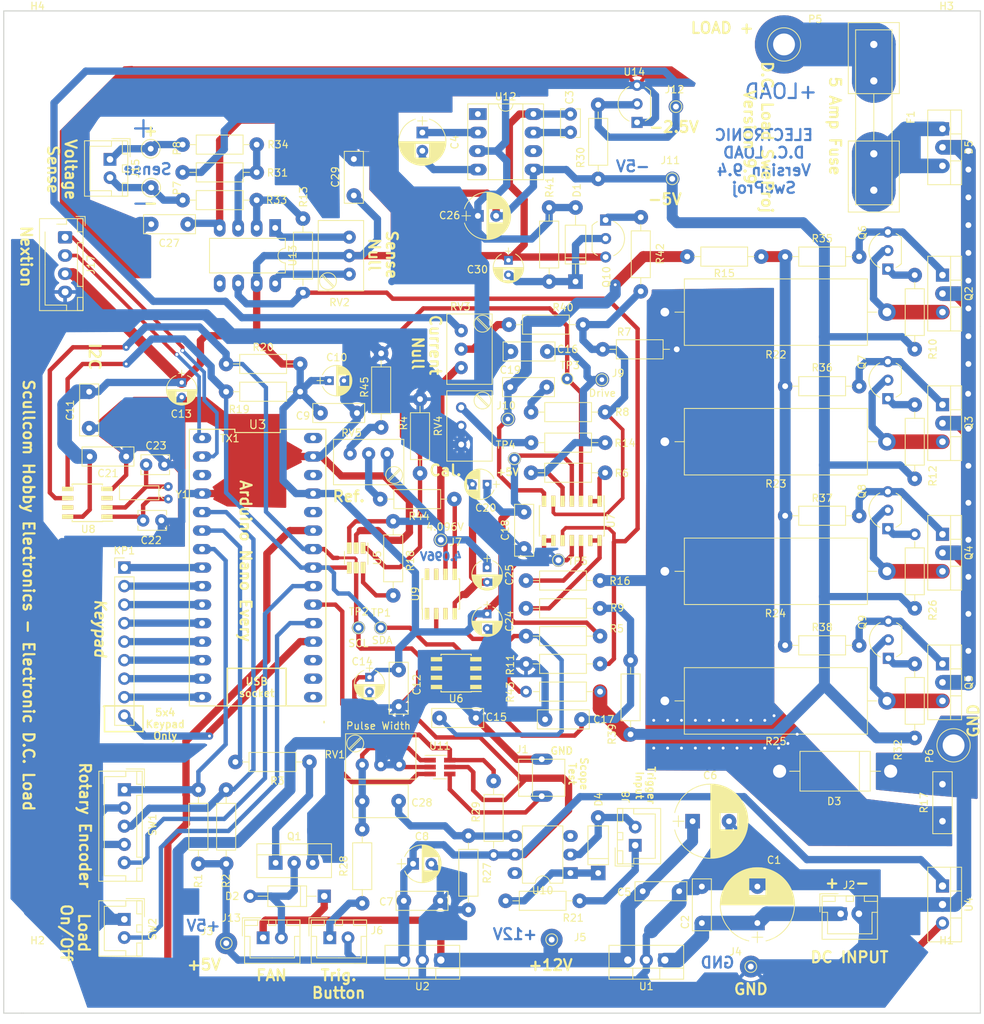
<source format=kicad_pcb>
(kicad_pcb
	(version 20240108)
	(generator "pcbnew")
	(generator_version "8.0")
	(general
		(thickness 1.6)
		(legacy_teardrops no)
	)
	(paper "A4")
	(layers
		(0 "F.Cu" signal)
		(1 "In1.Cu" signal)
		(2 "In2.Cu" signal)
		(31 "B.Cu" signal)
		(32 "B.Adhes" user "B.Adhesive")
		(33 "F.Adhes" user "F.Adhesive")
		(34 "B.Paste" user)
		(35 "F.Paste" user)
		(36 "B.SilkS" user "B.Silkscreen")
		(37 "F.SilkS" user "F.Silkscreen")
		(38 "B.Mask" user)
		(39 "F.Mask" user)
		(40 "Dwgs.User" user "User.Drawings")
		(41 "Cmts.User" user "User.Comments")
		(42 "Eco1.User" user "User.Eco1")
		(43 "Eco2.User" user "User.Eco2")
		(44 "Edge.Cuts" user)
		(45 "Margin" user)
		(46 "B.CrtYd" user "B.Courtyard")
		(47 "F.CrtYd" user "F.Courtyard")
		(48 "B.Fab" user)
		(49 "F.Fab" user)
	)
	(setup
		(stackup
			(layer "F.SilkS"
				(type "Top Silk Screen")
			)
			(layer "F.Paste"
				(type "Top Solder Paste")
			)
			(layer "F.Mask"
				(type "Top Solder Mask")
				(thickness 0.01)
			)
			(layer "F.Cu"
				(type "copper")
				(thickness 0.035)
			)
			(layer "dielectric 1"
				(type "prepreg")
				(thickness 0.1)
				(material "FR4")
				(epsilon_r 4.5)
				(loss_tangent 0.02)
			)
			(layer "In1.Cu"
				(type "copper")
				(thickness 0.035)
			)
			(layer "dielectric 2"
				(type "core")
				(thickness 1.24)
				(material "FR4")
				(epsilon_r 4.5)
				(loss_tangent 0.02)
			)
			(layer "In2.Cu"
				(type "copper")
				(thickness 0.035)
			)
			(layer "dielectric 3"
				(type "prepreg")
				(thickness 0.1)
				(material "FR4")
				(epsilon_r 4.5)
				(loss_tangent 0.02)
			)
			(layer "B.Cu"
				(type "copper")
				(thickness 0.035)
			)
			(layer "B.Mask"
				(type "Bottom Solder Mask")
				(thickness 0.01)
			)
			(layer "B.Paste"
				(type "Bottom Solder Paste")
			)
			(layer "B.SilkS"
				(type "Bottom Silk Screen")
			)
			(copper_finish "None")
			(dielectric_constraints no)
		)
		(pad_to_mask_clearance 0.1)
		(allow_soldermask_bridges_in_footprints no)
		(pcbplotparams
			(layerselection 0x00010fc_80000001)
			(plot_on_all_layers_selection 0x0000000_00000000)
			(disableapertmacros no)
			(usegerberextensions yes)
			(usegerberattributes yes)
			(usegerberadvancedattributes yes)
			(creategerberjobfile yes)
			(dashed_line_dash_ratio 12.000000)
			(dashed_line_gap_ratio 3.000000)
			(svgprecision 4)
			(plotframeref no)
			(viasonmask no)
			(mode 1)
			(useauxorigin no)
			(hpglpennumber 1)
			(hpglpenspeed 20)
			(hpglpendiameter 15.000000)
			(pdf_front_fp_property_popups yes)
			(pdf_back_fp_property_popups yes)
			(dxfpolygonmode yes)
			(dxfimperialunits yes)
			(dxfusepcbnewfont yes)
			(psnegative no)
			(psa4output no)
			(plotreference yes)
			(plotvalue yes)
			(plotfptext yes)
			(plotinvisibletext no)
			(sketchpadsonfab no)
			(subtractmaskfromsilk no)
			(outputformat 1)
			(mirror no)
			(drillshape 0)
			(scaleselection 1)
			(outputdirectory "K:/YOU_TUBE/Electronic_DC_Load_Part9_3/DC_Load_PCB_ver9_3_gerber_files/")
		)
	)
	(net 0 "")
	(net 1 "Net-(U1-IN)")
	(net 2 "Net-(U12-OSC)")
	(net 3 "+5V")
	(net 4 "Net-(U12-CAP+)")
	(net 5 "Net-(U12-CAP-)")
	(net 6 "Net-(U6-CH1+)")
	(net 7 "+12V")
	(net 8 "Net-(U7B-+)")
	(net 9 "Net-(U6-CH2+)")
	(net 10 "Net-(U8-X1)")
	(net 11 "Net-(C19-Pad1)")
	(net 12 "Net-(C19-Pad2)")
	(net 13 "Net-(U8-X2)")
	(net 14 "Net-(D1-K)")
	(net 15 "+4.096V")
	(net 16 "-5V")
	(net 17 "Net-(C28-Pad1)")
	(net 18 "Net-(C28-Pad2)")
	(net 19 "Net-(D2-A)")
	(net 20 "Net-(D3-A)")
	(net 21 "Net-(D4-K)")
	(net 22 "Net-(D4-A)")
	(net 23 "Net-(D5-A-Pad1)")
	(net 24 "Net-(F1-Pad1)")
	(net 25 "Net-(J1-Pad1)")
	(net 26 "Net-(J6-Pad1)")
	(net 27 "Net-(J8-Pad1)")
	(net 28 "-2V5")
	(net 29 "Net-(D5-K)")
	(net 30 "Net-(KP1-R1)")
	(net 31 "Net-(KP1-R2)")
	(net 32 "Net-(KP1-R3)")
	(net 33 "Net-(KP1-R4)")
	(net 34 "Net-(KP1-C1)")
	(net 35 "Net-(KP1-C2)")
	(net 36 "Net-(KP1-C3)")
	(net 37 "Net-(KP1-C4)")
	(net 38 "Net-(Q1-B)")
	(net 39 "Net-(Q2-G)")
	(net 40 "Net-(Q2-S)")
	(net 41 "Net-(Q3-G)")
	(net 42 "Net-(Q3-S)")
	(net 43 "Net-(Q4-G)")
	(net 44 "Net-(Q4-S)")
	(net 45 "Net-(Q5-G)")
	(net 46 "Net-(Q5-S)")
	(net 47 "Net-(Q6-E)")
	(net 48 "Net-(Q7-E)")
	(net 49 "Net-(Q8-E)")
	(net 50 "Net-(Q9-E)")
	(net 51 "Net-(Q10-E)")
	(net 52 "Net-(SW1-A)")
	(net 53 "Net-(SW1-B)")
	(net 54 "LoadOff")
	(net 55 "Net-(U3-(int3)#D3)")
	(net 56 "Net-(R13-Pad1)")
	(net 57 "Net-(R15-Pad1)")
	(net 58 "Net-(U5-OUT)")
	(net 59 "Net-(R31-Pad2)")
	(net 60 "Net-(R40-Pad1)")
	(net 61 "Net-(RV2-Pad1)")
	(net 62 "Net-(RV2-Pad3)")
	(net 63 "Net-(U7C--)")
	(net 64 "Net-(U7A--)")
	(net 65 "Net-(U7D--)")
	(net 66 "Net-(U7C-+)")
	(net 67 "Net-(U7D-+)")
	(net 68 "Net-(U5-A0)")
	(net 69 "Net-(U3-A2)")
	(net 70 "Net-(U9-Trim)")
	(net 71 "Net-(U3-A3)")
	(net 72 "Net-(J15-Pad1)")
	(net 73 "Net-(J15-Pad2)")
	(net 74 "Net-(R14-Pad2)")
	(net 75 "Net-(R44-Pad1)")
	(net 76 "Net-(U3-A1)")
	(net 77 "Net-(R45-Pad1)")
	(net 78 "unconnected-(U3-Vin-Pad30)")
	(net 79 "Net-(J17-Pin_1)")
	(net 80 "Net-(J17-Pin_2)")
	(net 81 "unconnected-(U3-RST-Pad28)")
	(net 82 "unconnected-(U3-RST-Pad3)")
	(net 83 "unconnected-(U3-A7-Pad26)")
	(net 84 "Net-(U3-A6)")
	(net 85 "unconnected-(U3-Aref-Pad18)")
	(net 86 "unconnected-(U3-3V3-Pad17)")
	(net 87 "unconnected-(U3-(led)(SCK)D13-Pad16)")
	(net 88 "unconnected-(U8-Vbat-Pad3)")
	(net 89 "unconnected-(U8-MFP-Pad7)")
	(net 90 "unconnected-(U9-DNC-Pad1)")
	(net 91 "unconnected-(U9-Temp-Pad3)")
	(net 92 "unconnected-(U9-NC-Pad7)")
	(net 93 "unconnected-(U9-DNC-Pad8)")
	(net 94 "unconnected-(U10-NC-Pad3)")
	(net 95 "unconnected-(U10-Pad6)")
	(net 96 "unconnected-(U12-NC-Pad1)")
	(net 97 "unconnected-(U12-LV-Pad6)")
	(net 98 "GNDPWR")
	(net 99 "/A0")
	(net 100 "Net-(U3-A4(SDA))")
	(net 101 "Net-(U3-A5(SCL))")
	(footprint "Capacitors_THT:CP_Radial_D10.0mm_P5.00mm" (layer "F.Cu") (at 141.224 156.718 90))
	(footprint "Capacitors_THT:C_Disc_D7.0mm_W2.5mm_P5.00mm" (layer "F.Cu") (at 133.604 156.718 90))
	(footprint "Capacitors_THT:C_Disc_D3.8mm_W2.6mm_P2.50mm" (layer "F.Cu") (at 115.57 45.72 -90))
	(footprint "Capacitors_THT:CP_Radial_D6.3mm_P2.50mm" (layer "F.Cu") (at 95.25 48.26 -90))
	(footprint "Capacitors_THT:C_Disc_D7.0mm_W2.5mm_P5.00mm" (layer "F.Cu") (at 125.4906 152.3492))
	(footprint "Capacitors_THT:CP_Radial_D10.0mm_P5.00mm" (layer "F.Cu") (at 132.334 142.748))
	(footprint "Capacitors_THT:C_Disc_D7.0mm_W2.5mm_P5.00mm" (layer "F.Cu") (at 92.71 153.67))
	(footprint "Capacitors_THT:CP_Radial_D5.0mm_P2.50mm" (layer "F.Cu") (at 93.98 148.59))
	(footprint "Capacitors_THT:C_Disc_D7.0mm_W2.5mm_P5.00mm" (layer "F.Cu") (at 81.28 86.741))
	(footprint "Capacitors_THT:CP_Radial_D4.0mm_P2.00mm" (layer "F.Cu") (at 82.4865 82.296))
	(footprint "Capacitors_THT:C_Disc_D7.0mm_W2.5mm_P5.00mm" (layer "F.Cu") (at 49.53 83.82 -90))
	(footprint "Capacitors_THT:C_Disc_D7.0mm_W2.5mm_P5.00mm" (layer "F.Cu") (at 92 122 -90))
	(footprint "Capacitors_THT:CP_Radial_D4.0mm_P2.00mm"
		(layer "F.Cu")
		(uuid "00000000-0000-0000-0000-0000594d35ad")
		(at 62.23 82.55 -90)
		(descr "CP, Radial series, Radial, pin pitch=2.00mm, , diameter=4mm, Electrolytic Capacitor")
		(tags "CP Radial series Radial pin pitch 2.00mm  diameter 4mm Electrolytic Capacitor")
		(property "Reference" "C13"
			(at 4.318 0.0635 0)
			(layer "F.SilkS")
			(uuid "b4ff5b51-6917-4fdd-9a4e-43856689bfba")
			(effects
				(font
					(size 1 1)
					(thickness 0.15)
				)
			)
		)
		(property "Value" "10uF"
			(at 1 3.06 -90)
			(layer "F.Fab")
			(uuid "1102ca2b-0bd1-4a7c-8379-9a840e3d2245")
			(effects
				(font
					(size 1 1)
					(thickness 0.15)
				)
			)
		)
		(property "Footprint" "Capacitors_THT:CP_Radial_D4.0mm_P2.00mm"
			(at 0 0 -90)
			(unlocked yes)
			(layer "F.Fab")
			(hide yes)
			(uuid "2b65cf49-ee1b-405c-a62b-4e2ac7a008d8")
			(effects
				(font
					(size 1.27 1.27)
				)
			)
		)
		(property "Datasheet" ""
			(at 0 0 -90)
			(unlocked yes)
			(layer "F.Fab")
			(hide yes)
			(uuid "f373164e-dbf5-4973-b58f-7ae51a3758ac")
			(effects
				(font
					(size 1.27 1.27)
				)
			)
		)
		(property "Description" ""
			(at 0 0 -90)
			(unlocked yes)
			(layer "F.Fab")
			(hide yes)
			(uuid "34caf6dd-8b54-4f71-932b-61d5c9f33c2b")
			(effects
				(font
					(size 1.27 1.27)
				)
			)
		)
		(property ki_fp_filters "CP_*")
		(path "/00000000-0000-0000-0000-0000594aac09")
		(sheetname "Root")
		(sheetfile "Electronic_DC_Load.kicad_sch")
		(attr through_hole)
		(fp_line
			(start 1.24 0.78)
			(end 1.24 2.037)
			(stroke
				(width 0.12)
				(type solid)
			)
			(layer "F.SilkS")
			(uuid "082aad86-b1b3-4def-bdf8-a63ac044f724")
		)
		(fp_line
			(start 1.28 0.78)
			(end 1.28 2.032)
			(stroke
				(width 0.12)
				(type solid)
			)
			(layer "F.SilkS")
			(uuid "7dfa00bf-d3e8-4d0a-abd5-cd743059db61")
		)
		(fp_line
			(start 1.32 0.78)
			(end 1.32 2.026)
			(stroke
				(width 0.12)
				(type solid)
			)
			(layer "F.SilkS")
			(uuid "ce909445-71f2-436a-9ed4-1030032815f8")
		)
		(fp_line
			(start 1.36 0.78)
			(end 1.36 2.019)
			(stroke
				(width 0.12)
				(type solid)
			)
			(layer "F.SilkS")
			(uuid "7fc991aa-21b5-491f-827d-930edc040903")
		)
		(fp_line
			(start 1.4 0.78)
			(end 1.4 2.012)
			(stroke
				(width 0.12)
				(type solid)
			)
			(layer "F.SilkS")
			(uuid "f4f15d38-1455-4f2c-a2e6-bfbfe69ff71b")
		)
		(fp_line
			(start 1.44 0.78)
			(end 1.44 2.004)
			(stroke
				(width 0.12)
				(type solid)
			)
			(layer "F.SilkS")
			(uuid "4d227e6e-4482-4047-a3e3-57c428c377f6")
		)
		(fp_line
			(start 1.48 0.78)
			(end 1.48 1.995)
			(stroke
				(width 0.12)
				(type solid)
			)
			(layer "F.SilkS")
			(uuid "794f65cf-e3fa-4b5e-846f-fcacff134031")
		)
		(fp_line
			(start 1.52 0.78)
			(end 1.52 1.985)
			(stroke
				(width 0.12)
				(type solid)
			)
			(layer "F.SilkS")
			(uuid "b2ff3ed3-a63e-4551-b3b4-0b8f3c7e4cfa")
		)
		(fp_line
			(start 1.56 0.78)
			(end 1.56 1.974)
			(stroke
				(width 0.12)
				(type solid)
			)
			(layer "F.SilkS")
			(uuid "ab8e7798-2c45-49a1-9298-629814cebbfd")
		)
		(fp_line
			(start 1.6 0.78)
			(end 1.6 1.963)
			(stroke
				(width 0.12)
				(type solid)
			)
			(layer "F.SilkS")
			(uuid "2198e40c-0b5e-4723-b203-feedd67fd922")
		)
		(fp_line
			(start 1.64 0.78)
			(end 1.64 1.95)
			(stroke
				(width 0.12)
				(type solid)
			)
			(layer "F.SilkS")
			(uuid "dc39a3db-6b47-427d-b3dc-aa01fd12492e")
		)
		(fp_line
			(start 1.68 0.78)
			(end 1.68 1.937)
			(stroke
				(width 0.12)
				(type solid)
			)
			(layer "F.SilkS")
			(uuid "41b46339-8e2b-449a-a185-596010d42fbb")
		)
		(fp_line
			(start 1.721 0.78)
			(end 1.721 1.923)
			(stroke
				(width 0.12)
				(type solid)
			)
			(layer "F.SilkS")
			(uuid "9f4db263-3337-431c-82f7-62a5ad8227e4")
		)
		(fp_line
			(start 1.761 0.78)
			(end 1.761 1.907)
			(stroke
				(width 0.12)
				(type solid)
			)
			(layer "F.SilkS")
			(uuid "84075707-b459-415f-bf14-e45c6e0b1ce9")
		)
		(fp_line
			(start 1.801 0.78)
			(end 1.801 1.891)
			(stroke
				(width 0.12)
				(type solid)
			)
			(layer "F.SilkS")
			(uuid "7a7d92a4-5862-42dd-b2c9-0b9645cdeb76")
		)
		(fp_line
			(start 1.841 0.78)
			(end 1.841 1.874)
			(stroke
				(width 0.12)
				(type solid)
			)
			(layer "F.SilkS")
			(uuid "c1cf9a69-cfb7-407b-85d0-8e803a9bb33f")
		)
		(fp_line
			(start 1.881 0.78)
			(end 1.881 1.856)
			(stroke
				(width 0.12)
				(type solid)
			)
			(layer "F.SilkS")
			(uuid "b6968317-6473-4fe9-b14f-f2961f4d6825")
		)
		(fp_line
			(start 1.921 0.78)
			(end 1.921 1.837)
			(stroke
				(width 0.12)
				(type solid)
			)
			(layer "F.SilkS")
			(uuid "80c3e437-b515-4834-8721-6a491ad73e18")
		)
		(fp_line
			(start 1.961 0.78)
			(end 1.961 1.817)
			(stroke
				(width 0.12)
				(type solid)
			)
			(layer "F.SilkS")
			(uuid "ad4cc76e-f3ac-4a60-bd1e-7bb0109810f9")
		)
		(fp_line
			(start 2.001 0.78)
			(end 2.001 1.796)
			(stroke
				(width 0.12)
				(type solid)
			)
			(layer "F.SilkS")
			(uuid "37b76843-1bf4-44a2-875b-3d170bd6566e")
		)
		(fp_line
			(start 2.041 0.78)
			(end 2.041 1.773)
			(stroke
				(width 0.12)
				(type solid)
			)
			(layer "F.SilkS")
			(uuid "16231d4d-f552-46df-8658-8df5e19f170d")
		)
		(fp_line
			(start 2.081 0.78)
			(end 2.081 1.75)
			(stroke
				(width 0.12)
				(type solid)
			)
			(layer "F.SilkS")
			(uuid "92f45ffd-72ad-4e45-a2b8-f4322bf2defe")
		)
		(fp_line
			(start 2.121 0.78)
			(end 2.121 1.725)
			(stroke
				(width 0.12)
				(type solid)
			)
			(layer "F.SilkS")
			(uuid "cb65a997-ea08-4f1f-8492-53bf37cba6e9")
		)
		(fp_line
			(start 2.161 0.78)
			(end 2.161 1.699)
			(stroke
				(width 0.12)
				(type solid)
			)
			(layer "F.SilkS")
			(uuid "767d1f9a-0757-4b88-81b5-5908e0251d22")
		)
		(fp_line
			(start 2.201 0.78)
			(end 2.201 1.672)
			(stroke
				(width 0.12)
				(type solid)
			)
			(layer "F.SilkS")
			(uuid "1dda9247-8ba8-401d-b9dd-321cf8141975")
		)
		(fp_line
			(start 2.241 0.78)
			(end 2.241 1.643)
			(stroke
				(width 0.12)
				(type solid)
			)
			(layer "F.SilkS")
			(uuid "b6f27d60-97ab-4e28-9bbe-a30103bccce2")
		)
		(fp_line
			(start 2.281 0.78)
			(end 2.281 1.613)
			(stroke
				(width 0.12)
				(type solid)
			)
			(layer "F.SilkS")
			(uuid "5208ca21-8b18-42aa-a2f8-6d714effe7c9")
		)
		(fp_line
			(start 2.321 0.78)
			(end 2.321 1.581)
			(stroke
				(width 0.12)
				(type solid)
			)
			(layer "F.SilkS")
			(uuid "b662d1b2-b18d-43a3-b4aa-6675637b9050")
		)
		(fp_line
			(start 2.361 0.78)
			(end 2.361 1.547)
			(stroke
				(width 0.12)
				(type solid)
			)
			(layer "F.SilkS")
			(uuid "3baa1674-6c50-4f4b-805b-7fc313c3d585")
		)
		(fp_line
			(start 2.401 0.78)
			(end 2.401 1.512)
			(stroke
				(width 0.12)
				(type solid)
			)
			(layer "F.SilkS")
			(uuid "19201709-44a4-44f8-a2cc-d77157a39f16")
		)
		(fp_line
			(start 2.441 0.78)
			(end 2.441 1.475)
			(stroke
				(width 0.12)
				(type solid)
			)
			(layer "F.SilkS")
			(uuid "158c2e35-93d8-4c9a-a48f-f933184e50e9")
		)
		(fp_line
			(start 2.481 0.78)
			(end 2.481 1.436)
			(stroke
				(width 0.12)
				(type solid)
			)
			(layer "F.SilkS")
			(uuid "46d9cfb8-8bf4-474a-9126-167065d6bda0")
		)
		(fp_line
			(start 2.521 0.78)
			(end 2.521 1.395)
			(stroke
				(width 0.12)
				(type solid)
			)
			(layer "F.SilkS")
			(uuid "f868354c-8b0f-471b-922f-7f3a76cca172")
		)
		(fp_line
			(start 2.561 0.78)
			(end 2.561 1.351)
			(stroke
				(width 0.12)
				(type solid)
			)
			(layer "F.SilkS")
			(uuid "73b33a17-640e-451c-a96e-1729bd263b7f")
		)
		(fp_line
			(start 2.601 0.78)
			(end 2.601 1.305)
			(stroke
				(width 0.12)
				(type solid)
			)
			(layer "F.SilkS")
			(uuid "18ceaab9-4959-49e6-8078-9958af7e9aca")
		)
		(fp_line
			(start 2.641 0.78)
			(end 2.641 1.256)
			(stroke
				(width 0.12)
				(type solid)
			)
			(layer "F.SilkS")
			(uuid "3fa4a030-82f4-4455-9255-e694ca21289a")
		)
		(fp_line
			(start 2.681 0.78)
			(end 2.681 1.204)
			(stroke
				(width 0.12)
				(type solid)
			)
			(layer "F.SilkS")
			(uuid "5c973a55-3d4e-4da7-8515-95d524442798")
		)
		(fp_line
			(start 2.721 0.78)
			(end 2.721 1.148)
			(stroke
				(width 0.12)
				(type solid)
			)
			(layer "F.SilkS")
			(uuid "cd9eee00-1820-47ad-85b3-56d2abc80714")
		)
		(fp_line
			(start 2.761 0.78)
			(end 2.761 1.088)
			(stroke
				(width 0.12)
				(type solid)
			)
			(layer "F.SilkS")
			(uuid "579a9b82-e8ee-4390-b63a-d3e9a84e40ec")
		)
		(fp_line
			(start -1.7 0)
			(end -0.8 0)
			(stroke
				(width 0.12)
				(type solid)
			)
			(layer "F.SilkS")
			(uuid "d4e805e8-1139-4c3d-a49f-43be055a6c26")
		)
		(fp_line
			(start 3.081 -0.165)
			(end 3.081 0.165)
			(stroke
				(width 0.12)
				(type solid)
			)
			(layer "F.SilkS")
			(uuid "6a98da9f-5025-4582-bf06-ad0319e92269")
		)
		(fp_line
			(start 3.041 -0.415)
			(end 3.041 0.415)
			(stroke
				(width 0.12)
				(type solid)
			)
			(layer "F.SilkS")
			(uuid "f495583e-6bc6-4e7d-bbe7-74087fbd4194")
		)
		(fp_line
			(start -1.25 -0.45)
			(end -1.25 0.45)
			(stroke
				(width 0.12)
				(type solid)
			)
			(layer "F.SilkS")
			(uuid "ba897bff-f576-43e5-9afc-4503a321ca83")
		)
		(fp_line
			(start 3.001 -0.567)
			(end 3.001 0.567)
			(stroke
				(width 0.12)
				(type solid)
			)
			(layer "F.SilkS")
			(uuid "ab354cbc-dee2-4075-bbea-8e5dc1257610")
		)
		(fp_line
			(start 2.961 -0.686)
			(end 2.961 0.686)
			(stroke
				(width 0.12)
				(type solid)
			)
			(layer "F.SilkS")
			(uuid "c525f33f-d488-4af4-ab97-ec8545ffa290")
		)
		(fp_line
			(start 2.921 -0.786)
			(end 2.921 0.786)
			(stroke
				(width 0.12)
				(type solid)
			)
			(layer "F.SilkS")
			(uuid "badd0fdc-223a-4377-991f-38321849b1a0")
		)
		(fp_line
			(start 2.881 -0.874)
			(end 2.881 0.874)
			(stroke
				(width 0.12)
				(type solid)
			)
			(layer "F.SilkS")
			(uuid "baf12d8b-f42f-4b63-a2a8-4f528a35be8d")
		)
		(fp_line
			(start 2.841 -0.952)
			(end 2.841 0.952)
			(stroke
				(width 0.12)
				(type solid)
			)
			(layer "F.SilkS")
			(uuid "2b693be3-6f29-49b9-9414-8fc1eddb59f5")
		)
		(fp_line
			(start 2.801 -1.023)
			(end 2.801 1.023)
			(stroke
				(width 0.12)
				(type solid)
			)
			(layer "F.SilkS")
			(uuid "3ad81916-6098-499d-b5e5-f95836613740")
		)
		(fp_line
			(start 2.761 -1.088)
			(end 2.761 -0.78)
			(stroke
				(width 0.12)
				(type solid)
			)
			(layer "F.SilkS")
			(uuid "49c857c8-01e0-4df0-b5a6-7b08b71b3ba7")
		)
		(fp_line
			(start 2.721 -1.148)
			(end 2.721 -0.78)
			(stroke
				(width 0.12)
				(type solid)
			)
			(layer "F.SilkS")
			(uuid "dc21f7b4-aefc-4d2c-a0bb-2e9fab021adc")
		)
		(fp_line
			(start 2.681 -1.204)
			(end 2.681 -0.78)
			(stroke
				(width 0.12)
				(type solid)
			)
			(layer "F.SilkS")
			(uuid "68844a25-1a1e-41ba-9dfa-4257e6cd92a2")
		)
		(fp_line
			(start 2.641 -1.256)
			(end 2.641 -0.78)
			(stroke
				(width 0.12)
				(type solid)
			)
			(layer "F.SilkS")
			(uuid "19c50869-010a-4e51-afdb-2ca0d8f859a7")
		)
		(fp_line
			(start 2.601 -1.305)
			(end 2.601 -0.78)
			(stroke
				(width 0.12)
				(type solid)
			)
			(layer "F.SilkS")
			(uuid "8b5d7913-adb2-4e53-8ace-7177061fe782")
		)
		(fp_line
			(start 2.561 -1.351)
			(end 2.561 -0.78)
			(stroke
				(width 0.12)
				(type solid)
			)
			(layer "F.SilkS")
			(uuid "522cd4ce-3c82-45e9-9388-5fc8f6972a04")
		)
		(fp_line
			(start 2.521 -1.395)
			(end 2.521 -0.78)
			(stroke
				(width 0.12)
				(type solid)
			)
			(layer "F.SilkS")
			(uuid "e8b7fe94-4994-4539-bd8b-cd1f7f01c978")
		)
		(fp_line
			(start 2.481 -1.436)
			(end 2.481 -0.78)
			(stroke
				(width 0.12)
				(type solid)
			)
			(layer "F.SilkS")
			(uuid "dee1021b-9f26-4499-ad63-d32f4fa5e97f")
		)
		(fp_line
			(start 2.441 -1.475)
			(end 2.441 -0.78)
			(stroke
				(width 0.12)
				(type solid)
			)
			(layer "F.SilkS")
			(uuid "2ef96367-3ff3-4e22-9eee-4732f7dc41ae")
		)
		(fp_line
			(start 2.401 -1.512)
			(end 2.401 -0.78)
			(stroke
				(width 0.12)
				(type solid)
			)
			(layer "F.SilkS")
			(uuid "2da9a9aa-2bd2-40bd-bff0-75917fffdd20")
		)
		(fp_line
			(start 2.361 -1.547)
			(end 2.361 -0.78)
			(stroke
				(width 0.12)
				(type solid)
			)
			(layer "F.SilkS")
			(uuid "fc0bfeee-e110-4e32-8778-67d2d1938436")
		)
		(fp_line
			(start 2.321 -1.581)
			(end 2.321 -0.78)
			(stroke
				(widt
... [1935506 chars truncated]
</source>
